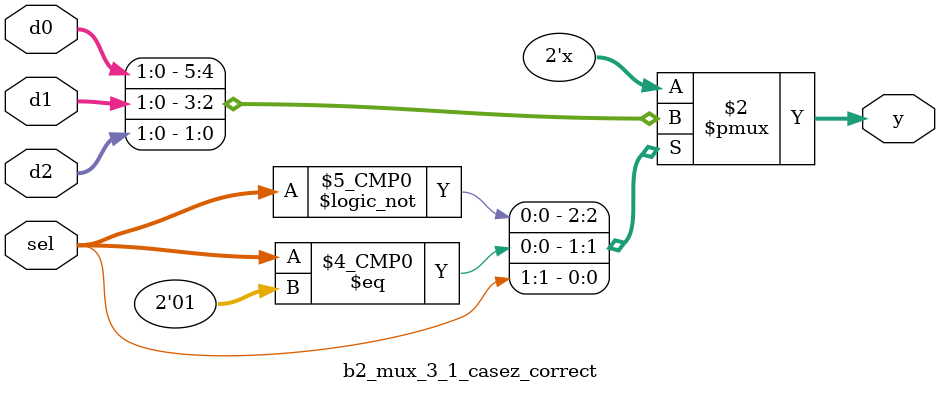
<source format=v>


module b2_mux_3_1_case_latch
(
    input      [1:0] d0, d1, d2, 
    input      [1:0] sel,
    output reg [1:0] y
);

    always @(*)
        case (sel)
            2'b00: y = d0;
            2'b01: y = d1;
            2'b10: y = d2;
        endcase

endmodule

module b2_mux_3_1_case_correct
(
    input      [1:0] d0, d1, d2, 
    input      [1:0] sel,
    output reg [1:0] y
);

    always @(*)
        case (sel)
            2'b00  : y = d0;
            2'b01  : y = d1;
            2'b10  : y = d2;
            default: y = d2;
        endcase

endmodule

module b2_mux_3_1_casez_correct
(
    input      [1:0] d0, d1, d2, 
    input      [1:0] sel,
    output reg [1:0] y
);

    always @(*)
        casez (sel)
            2'b00: y = d0;
            2'b01: y = d1;
            2'b1?: y = d2;
        endcase
endmodule

</source>
